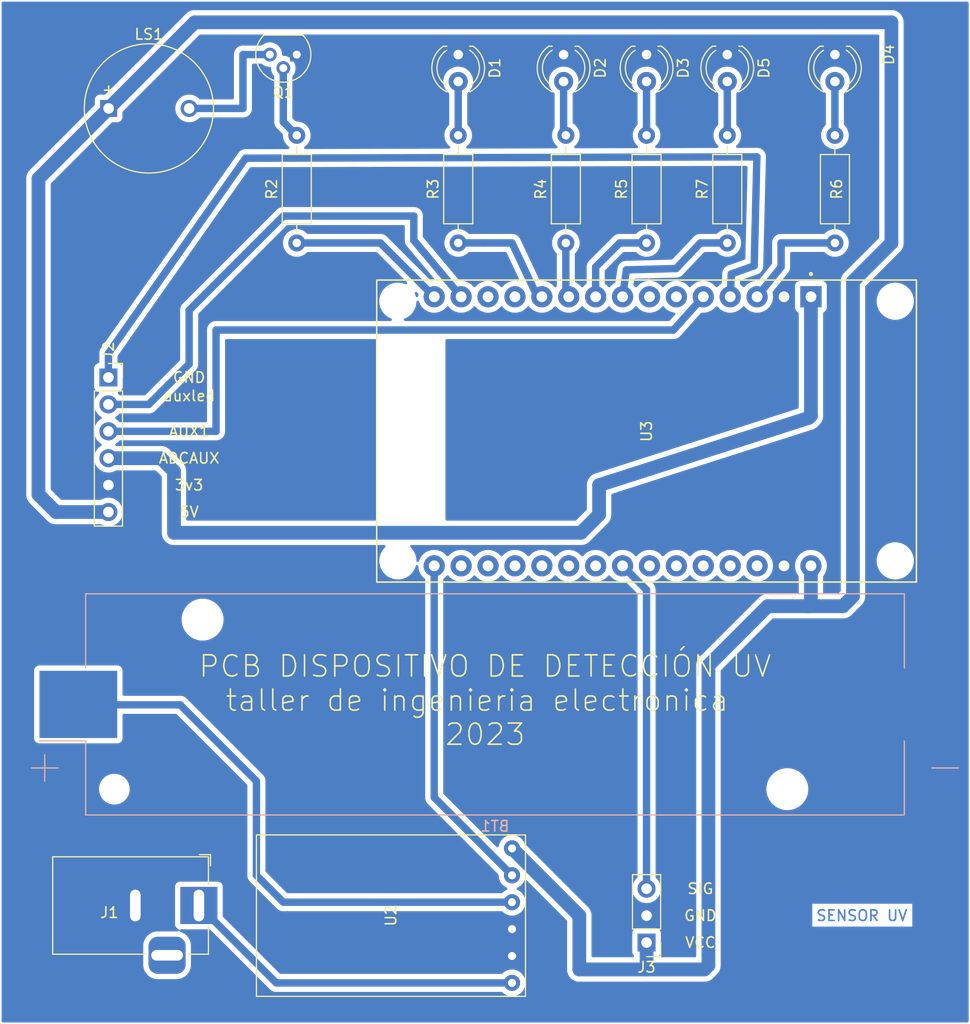
<source format=kicad_pcb>
(kicad_pcb (version 20221018) (generator pcbnew)
  (layers (0 "F.Cu" signal) (31 "B.Cu" signal) (34 "B.Paste" user) (35 "F.Paste" user) (36 "B.SilkS" user "B.Silkscreen") (37 "F.SilkS" user "F.Silkscreen") (38 "B.Mask" user) (39 "F.Mask" user) (44 "Edge.Cuts" user))
  (net 0 "")
  (net 1 "Net-(BT1-+)")
  (net 2 "GND")
  (net 3 "Net-(D1-A)")
  (net 4 "Net-(D2-A)")
  (net 5 "Net-(D3-A)")
  (net 6 "Net-(D4-A)")
  (net 7 "Net-(D5-A)")
  (net 8 "Net-(U2-VIN)")
  (net 9 "/aux1")
  (net 10 "+3V3")
  (net 11 "+5V")
  (net 12 "Net-(Q1-C)")
  (net 13 "Net-(Q1-B)")
  (net 14 "Net-(U3-D23)")
  (net 15 "Net-(U3-D21)")
  (net 16 "Net-(U3-D19)")
  (net 17 "Net-(U3-D18)")
  (net 18 "Net-(U3-D15)")
  (net 19 "Net-(U3-EN)")
  (net 33 "/ADCaux")
  (net 34 "/auxled")
  (net 35 "Net-(U3-D5)")
  (net 37 "/señalsensor")
  (footprint "LED_THT:LED_D4.0mm" (layer "F.Cu") (at 81.07 66.04 -90)
    (fp_text reference "D2" (at 1.27 -3.46 90) (layer "F.SilkS"))
    (fp_text value "LED")
    (fp_line (start -0.79 -1.399) (end -0.79 -1.08) (stroke (width 0.12)) (layer "F.SilkS"))
    (fp_line (start -0.79 1.08) (end -0.79 1.399) (stroke (width 0.12)) (layer "F.SilkS"))
    (fp_arc (start -0.79 -1.398749) (mid 1.453519 -2.483228) (end 3.513242 -1.080724) (stroke (width 0.12)) (layer "F.SilkS"))
    (fp_arc (start -0.41333 -1.08) (mid 1.269429 -2) (end 2.952713 -1.080961) (stroke (width 0.12)) (layer "F.SilkS"))
    (fp_arc (start 2.952713 1.080961) (mid 1.269429 2) (end -0.41333 1.08) (stroke (width 0.12)) (layer "F.SilkS"))
    (fp_arc (start 3.513242 1.080724) (mid 1.453519 2.483228) (end -0.79 1.398749) (stroke (width 0.12)) (layer "F.SilkS"))
    (pad "1" thru_hole rect (at 0 0 270) (size 1.8 1.8) (drill 0.9) (layers "*.Cu" "*.Mask") (net 2 "GND"))
    (pad "2" thru_hole circle (at 2.54 0 270) (size 1.8 1.8) (drill 0.9) (layers "*.Cu" "*.Mask") (net 4 "Net-(D2-A)"))
  )
  (footprint "LED_THT:LED_D4.0mm" (layer "F.Cu") (at 106.68 66.04 -90)
    (fp_text reference "D4" (at 0 -5.08 90) (layer "F.SilkS"))
    (fp_text value "LED")
    (fp_line (start -0.79 -1.399) (end -0.79 -1.08) (stroke (width 0.12)) (layer "F.SilkS"))
    (fp_line (start -0.79 1.08) (end -0.79 1.399) (stroke (width 0.12)) (layer "F.SilkS"))
    (fp_arc (start -0.79 -1.398749) (mid 1.453519 -2.483228) (end 3.513242 -1.080724) (stroke (width 0.12)) (layer "F.SilkS"))
    (fp_arc (start -0.41333 -1.08) (mid 1.269429 -2) (end 2.952713 -1.080961) (stroke (width 0.12)) (layer "F.SilkS"))
    (fp_arc (start 2.952713 1.080961) (mid 1.269429 2) (end -0.41333 1.08) (stroke (width 0.12)) (layer "F.SilkS"))
    (fp_arc (start 3.513242 1.080724) (mid 1.453519 2.483228) (end -0.79 1.398749) (stroke (width 0.12)) (layer "F.SilkS"))
    (pad "1" thru_hole rect (at 0 0 270) (size 1.8 1.8) (drill 0.9) (layers "*.Cu" "*.Mask") (net 2 "GND"))
    (pad "2" thru_hole circle (at 2.54 0 270) (size 1.8 1.8) (drill 0.9) (layers "*.Cu" "*.Mask") (net 6 "Net-(D4-A)"))
  )
  (footprint "Buzzer_Beeper:MagneticBuzzer_ProSignal_ABI-009-RC" (layer "F.Cu") (at 38.12 71.12)
    (fp_text reference "LS1" (at 3.8 -7) (layer "F.SilkS"))
    (fp_text value "Speaker")
    (fp_text user "+" (at 0 -1.8) (layer "F.SilkS"))
    (fp_circle (center 3.8 0) (end 9.9 0) (stroke (width 0.12)) (fill none) (layer "F.SilkS"))
    (pad "1" thru_hole rect (at 0 0) (size 1.6 1.6) (drill 1) (layers "*.Cu" "*.Mask") (net 11 "+5V"))
    (pad "2" thru_hole circle (at 7.6 0) (size 1.6 1.6) (drill 1) (layers "*.Cu" "*.Mask") (net 12 "Net-(Q1-C)"))
  )
  (footprint "Resistor_THT:R_Axial_DIN0207_L6.3mm_D2.5mm_P10.16mm_Horizontal" (layer "F.Cu") (at 55.88 83.82 90)
    (fp_text reference "R2" (at 5.08 -2.37 90) (layer "F.SilkS"))
    (fp_text value "1k")
    (fp_line (start 1.04 0) (end 1.81 0) (stroke (width 0.12)) (layer "F.SilkS"))
    (fp_line (start 1.81 -1.37) (end 1.81 1.37) (stroke (width 0.12)) (layer "F.SilkS"))
    (fp_line (start 1.81 1.37) (end 8.35 1.37) (stroke (width 0.12)) (layer "F.SilkS"))
    (fp_line (start 8.35 -1.37) (end 1.81 -1.37) (stroke (width 0.12)) (layer "F.SilkS"))
    (fp_line (start 8.35 1.37) (end 8.35 -1.37) (stroke (width 0.12)) (layer "F.SilkS"))
    (fp_line (start 9.12 0) (end 8.35 0) (stroke (width 0.12)) (layer "F.SilkS"))
    (pad "1" thru_hole circle (at 0 0 90) (size 1.6 1.6) (drill 0.8) (layers "*.Cu" "*.Mask") (net 14 "Net-(U3-D23)"))
    (pad "2" thru_hole oval (at 10.16 0 90) (size 1.6 1.6) (drill 0.8) (layers "*.Cu" "*.Mask") (net 13 "Net-(Q1-B)"))
  )
  (footprint "Resistor_THT:R_Axial_DIN0207_L6.3mm_D2.5mm_P10.16mm_Horizontal" (layer "F.Cu") (at 88.9 83.82 90)
    (fp_text reference "R5" (at 5.08 -2.37 90) (layer "F.SilkS"))
    (fp_text value "220")
    (fp_line (start 1.04 0) (end 1.81 0) (stroke (width 0.12)) (layer "F.SilkS"))
    (fp_line (start 1.81 -1.37) (end 1.81 1.37) (stroke (width 0.12)) (layer "F.SilkS"))
    (fp_line (start 1.81 1.37) (end 8.35 1.37) (stroke (width 0.12)) (layer "F.SilkS"))
    (fp_line (start 8.35 -1.37) (end 1.81 -1.37) (stroke (width 0.12)) (layer "F.SilkS"))
    (fp_line (start 8.35 1.37) (end 8.35 -1.37) (stroke (width 0.12)) (layer "F.SilkS"))
    (fp_line (start 9.12 0) (end 8.35 0) (stroke (width 0.12)) (layer "F.SilkS"))
    (pad "1" thru_hole circle (at 0 0 90) (size 1.6 1.6) (drill 0.8) (layers "*.Cu" "*.Mask") (net 17 "Net-(U3-D18)"))
    (pad "2" thru_hole oval (at 10.16 0 90) (size 1.6 1.6) (drill 0.8) (layers "*.Cu" "*.Mask") (net 5 "Net-(D3-A)"))
  )
  (footprint "LED_THT:LED_D4.0mm" (layer "F.Cu") (at 71.12 66.04 -90)
    (fp_text reference "D1" (at 1.27 -3.46 90) (layer "F.SilkS"))
    (fp_text value "LED")
    (fp_line (start -0.79 -1.399) (end -0.79 -1.08) (stroke (width 0.12)) (layer "F.SilkS"))
    (fp_line (start -0.79 1.08) (end -0.79 1.399) (stroke (width 0.12)) (layer "F.SilkS"))
    (fp_arc (start -0.79 -1.398749) (mid 1.453519 -2.483228) (end 3.513242 -1.080724) (stroke (width 0.12)) (layer "F.SilkS"))
    (fp_arc (start -0.41333 -1.08) (mid 1.269429 -2) (end 2.952713 -1.080961) (stroke (width 0.12)) (layer "F.SilkS"))
    (fp_arc (start 2.952713 1.080961) (mid 1.269429 2) (end -0.41333 1.08) (stroke (width 0.12)) (layer "F.SilkS"))
    (fp_arc (start 3.513242 1.080724) (mid 1.453519 2.483228) (end -0.79 1.398749) (stroke (width 0.12)) (layer "F.SilkS"))
    (pad "1" thru_hole rect (at 0 0 270) (size 1.8 1.8) (drill 0.9) (layers "*.Cu" "*.Mask") (net 2 "GND"))
    (pad "2" thru_hole circle (at 2.54 0 270) (size 1.8 1.8) (drill 0.9) (layers "*.Cu" "*.Mask") (net 3 "Net-(D1-A)"))
  )
  (footprint "Resistor_THT:R_Axial_DIN0207_L6.3mm_D2.5mm_P10.16mm_Horizontal" (layer "F.Cu") (at 96.52 83.82 90)
    (fp_text reference "R7" (at 5.08 -2.37 90) (layer "F.SilkS"))
    (fp_text value "220")
    (fp_line (start 1.04 0) (end 1.81 0) (stroke (width 0.12)) (layer "F.SilkS"))
    (fp_line (start 1.81 -1.37) (end 1.81 1.37) (stroke (width 0.12)) (layer "F.SilkS"))
    (fp_line (start 1.81 1.37) (end 8.35 1.37) (stroke (width 0.12)) (layer "F.SilkS"))
    (fp_line (start 8.35 -1.37) (end 1.81 -1.37) (stroke (width 0.12)) (layer "F.SilkS"))
    (fp_line (start 8.35 1.37) (end 8.35 -1.37) (stroke (width 0.12)) (layer "F.SilkS"))
    (fp_line (start 9.12 0) (end 8.35 0) (stroke (width 0.12)) (layer "F.SilkS"))
    (pad "1" thru_hole circle (at 0 0 90) (size 1.6 1.6) (drill 0.8) (layers "*.Cu" "*.Mask") (net 35 "Net-(U3-D5)"))
    (pad "2" thru_hole oval (at 10.16 0 90) (size 1.6 1.6) (drill 0.8) (layers "*.Cu" "*.Mask") (net 7 "Net-(D5-A)"))
  )
  (footprint "LED_THT:LED_D4.0mm" (layer "F.Cu") (at 88.9 66.04 -90)
    (fp_text reference "D3" (at 1.27 -3.46 90) (layer "F.SilkS"))
    (fp_text value "LED")
    (fp_line (start -0.79 -1.399) (end -0.79 -1.08) (stroke (width 0.12)) (layer "F.SilkS"))
    (fp_line (start -0.79 1.08) (end -0.79 1.399) (stroke (width 0.12)) (layer "F.SilkS"))
    (fp_arc (start -0.79 -1.398749) (mid 1.453519 -2.483228) (end 3.513242 -1.080724) (stroke (width 0.12)) (layer "F.SilkS"))
    (fp_arc (start -0.41333 -1.08) (mid 1.269429 -2) (end 2.952713 -1.080961) (stroke (width 0.12)) (layer "F.SilkS"))
    (fp_arc (start 2.952713 1.080961) (mid 1.269429 2) (end -0.41333 1.08) (stroke (width 0.12)) (layer "F.SilkS"))
    (fp_arc (start 3.513242 1.080724) (mid 1.453519 2.483228) (end -0.79 1.398749) (stroke (width 0.12)) (layer "F.SilkS"))
    (pad "1" thru_hole rect (at 0 0 270) (size 1.8 1.8) (drill 0.9) (layers "*.Cu" "*.Mask") (net 2 "GND"))
    (pad "2" thru_hole circle (at 2.54 0 270) (size 1.8 1.8) (drill 0.9) (layers "*.Cu" "*.Mask") (net 5 "Net-(D3-A)"))
  )
  (footprint "Resistor_THT:R_Axial_DIN0207_L6.3mm_D2.5mm_P10.16mm_Horizontal" (layer "F.Cu") (at 71.12 83.82 90)
    (fp_text reference "R3" (at 5.08 -2.37 90) (layer "F.SilkS"))
    (fp_text value "220")
    (fp_line (start 1.04 0) (end 1.81 0) (stroke (width 0.12)) (layer "F.SilkS"))
    (fp_line (start 1.81 -1.37) (end 1.81 1.37) (stroke (width 0.12)) (layer "F.SilkS"))
    (fp_line (start 1.81 1.37) (end 8.35 1.37) (stroke (width 0.12)) (layer "F.SilkS"))
    (fp_line (start 8.35 -1.37) (end 1.81 -1.37) (stroke (width 0.12)) (layer "F.SilkS"))
    (fp_line (start 8.35 1.37) (end 8.35 -1.37) (stroke (width 0.12)) (layer "F.SilkS"))
    (fp_line (start 9.12 0) (end 8.35 0) (stroke (width 0.12)) (layer "F.SilkS"))
    (pad "1" thru_hole circle (at 0 0 90) (size 1.6 1.6) (drill 0.8) (layers "*.Cu" "*.Mask") (net 15 "Net-(U3-D21)"))
    (pad "2" thru_hole oval (at 10.16 0 90) (size 1.6 1.6) (drill 0.8) (layers "*.Cu" "*.Mask") (net 3 "Net-(D1-A)"))
  )
  (footprint "Resistor_THT:R_Axial_DIN0207_L6.3mm_D2.5mm_P10.16mm_Horizontal" (layer "F.Cu") (at 81.28 83.82 90)
    (fp_text reference "R4" (at 5.08 -2.37 90) (layer "F.SilkS"))
    (fp_text value "220")
    (fp_line (start 1.04 0) (end 1.81 0) (stroke (width 0.12)) (layer "F.SilkS"))
    (fp_line (start 1.81 -1.37) (end 1.81 1.37) (stroke (width 0.12)) (layer "F.SilkS"))
    (fp_line (start 1.81 1.37) (end 8.35 1.37) (stroke (width 0.12)) (layer "F.SilkS"))
    (fp_line (start 8.35 -1.37) (end 1.81 -1.37) (stroke (width 0.12)) (layer "F.SilkS"))
    (fp_line (start 8.35 1.37) (end 8.35 -1.37) (stroke (width 0.12)) (layer "F.SilkS"))
    (fp_line (start 9.12 0) (end 8.35 0) (stroke (width 0.12)) (layer "F.SilkS"))
    (pad "1" thru_hole circle (at 0 0 90) (size 1.6 1.6) (drill 0.8) (layers "*.Cu" "*.Mask") (net 16 "Net-(U3-D19)"))
    (pad "2" thru_hole oval (at 10.16 0 90) (size 1.6 1.6) (drill 0.8) (layers "*.Cu" "*.Mask") (net 4 "Net-(D2-A)"))
  )
  (footprint "LED_THT:LED_D4.0mm" (layer "F.Cu") (at 96.52 66.04 -90)
    (fp_text reference "D5" (at 1.27 -3.46 90) (layer "F.SilkS"))
    (fp_text value "LED")
    (fp_line (start -0.79 -1.399) (end -0.79 -1.08) (stroke (width 0.12)) (layer "F.SilkS"))
    (fp_line (start -0.79 1.08) (end -0.79 1.399) (stroke (width 0.12)) (layer "F.SilkS"))
    (fp_arc (start -0.79 -1.398749) (mid 1.453519 -2.483228) (end 3.513242 -1.080724) (stroke (width 0.12)) (layer "F.SilkS"))
    (fp_arc (start -0.41333 -1.08) (mid 1.269429 -2) (end 2.952713 -1.080961) (stroke (width 0.12)) (layer "F.SilkS"))
    (fp_arc (start 2.952713 1.080961) (mid 1.269429 2) (end -0.41333 1.08) (stroke (width 0.12)) (layer "F.SilkS"))
    (fp_arc (start 3.513242 1.080724) (mid 1.453519 2.483228) (end -0.79 1.398749) (stroke (width 0.12)) (layer "F.SilkS"))
    (pad "1" thru_hole rect (at 0 0 270) (size 1.8 1.8) (drill 0.9) (layers "*.Cu" "*.Mask") (net 2 "GND"))
    (pad "2" thru_hole circle (at 2.54 0 270) (size 1.8 1.8) (drill 0.9) (layers "*.Cu" "*.Mask") (net 7 "Net-(D5-A)"))
  )
  (footprint "Package_TO_SOT_THT:TO-92" (layer "F.Cu") (at 55.88 66.04 180)
    (fp_text reference "Q1" (at 1.27 -3.56) (layer "F.SilkS"))
    (fp_text value "2N2222A")
    (fp_line (start -0.53 1.85) (end 3.07 1.85) (stroke (width 0.12)) (layer "F.SilkS"))
    (fp_arc (start -0.568478 1.838478) (mid -1.132087 -0.994977) (end 1.27 -2.6) (stroke (width 0.12)) (layer "F.SilkS"))
    (fp_arc (start 1.27 -2.6) (mid 3.672087 -0.994977) (end 3.108478 1.838478) (stroke (width 0.12)) (layer "F.SilkS"))
    (pad "1" thru_hole rect (at 0 0 180) (size 1.3 1.3) (drill 0.75) (layers "*.Cu" "*.Mask") (net 2 "GND"))
    (pad "2" thru_hole circle (at 1.27 -1.27 180) (size 1.3 1.3) (drill 0.75) (layers "*.Cu" "*.Mask") (net 13 "Net-(Q1-B)"))
    (pad "3" thru_hole circle (at 2.54 0 180) (size 1.3 1.3) (drill 0.75) (layers "*.Cu" "*.Mask") (net 12 "Net-(Q1-C)"))
  )
  (footprint "Connector_BarrelJack:BarrelJack_Horizontal" (layer "F.Cu") (at 46.64 146.3625)
    (fp_text reference "J1" (at -8.45 0.67) (layer "F.SilkS"))
    (fp_text value "Jack-DC")
    (fp_line (start -13.8 -4.6) (end 0.9 -4.6) (stroke (width 0.12)) (layer "F.SilkS"))
    (fp_line (start -13.8 4.6) (end -13.8 -4.6) (stroke (width 0.12)) (layer "F.SilkS"))
    (fp_line (start -5 4.6) (end -13.8 4.6) (stroke (width 0.12)) (layer "F.SilkS"))
    (fp_line (start 0.05 -4.8) (end 1.1 -4.8) (stroke (width 0.12)) (layer "F.SilkS"))
    (fp_line (start 0.9 -4.6) (end 0.9 -2) (stroke (width 0.12)) (layer "F.SilkS"))
    (fp_line (start 0.9 1.9) (end 0.9 4.6) (stroke (width 0.12)) (layer "F.SilkS"))
    (fp_line (start 0.9 4.6) (end -1 4.6) (stroke (width 0.12)) (layer "F.SilkS"))
    (fp_line (start 1.1 -3.75) (end 1.1 -4.8) (stroke (width 0.12)) (layer "F.SilkS"))
    (pad "1" thru_hole rect (at 0 0) (size 3.5 3.5) (drill oval 1 3) (layers "*.Cu" "*.Mask") (net 8 "Net-(U2-VIN)"))
    (pad "2" thru_hole roundrect (at -6 0) (size 3 3.5) (drill oval 1 3) (layers "*.Cu" "*.Mask") (net 2 "GND"))
    (pad "3" thru_hole roundrect (at -3 4.7) (size 3.5 3.5) (drill oval 3 1) (layers "*.Cu" "*.Mask"))
  )
  (footprint "ESP32-DEVKIT-V1:MODULE_ESP32_DEVKIT_V1" (layer "F.Cu") (at 88.9 101.6 -90)
    (fp_text reference "U3" (at 0 0 90) (layer "F.SilkS"))
    (fp_text value "ESP32-DEVKIT-V1")
    (fp_line (start -14.28 -25.475) (end -3.211 -25.475) (stroke (width 0.127)) (layer "F.SilkS"))
    (fp_line (start -14.28 -25.475) (end 14.23 -25.475) (stroke (width 0.127)) (layer "F.SilkS"))
    (fp_line (start -14.28 25.475) (end -14.28 -25.475) (stroke (width 0.127)) (layer "F.SilkS"))
    (fp_line (start -14.28 25.475) (end -14.28 -25.475) (stroke (width 0.127)) (layer "F.SilkS"))
    (fp_line (start -14.28 25.475) (end -8.91 25.475) (stroke (width 0.127)) (layer "F.SilkS"))
    (fp_line (start -8.91 25.475) (end 8.78 25.475) (stroke (width 0.127)) (layer "F.SilkS"))
    (fp_line (start -3.211 -25.475) (end 3.5 -25.475) (stroke (width 0.127)) (layer "F.SilkS"))
    (fp_line (start 3.5 -25.475) (end 14.23 -25.475) (stroke (width 0.127)) (layer "F.SilkS"))
    (fp_line (start 8.78 25.475) (end 14.23 25.475) (stroke (width 0.127)) (layer "F.SilkS"))
    (fp_line (start 14.23 -25.475) (end 14.23 25.475) (stroke (width 0.127)) (layer "F.SilkS"))
    (fp_line (start 14.23 -25.475) (end 14.23 25.475) (stroke (width 0.127)) (layer "F.SilkS"))
    (fp_line (start 14.23 25.475) (end -14.28 25.475) (stroke (width 0.127)) (layer "F.SilkS"))
    (fp_circle (center -14.85 -15.515) (end -14.75 -15.515) (stroke (width 0.2)) (fill none) (layer "F.SilkS"))
    (pad "" np_thru_hole circle (at -12.28 -23.475 270) (size 3 3) (drill 3) (layers "*.Cu" "*.Mask"))
    (pad "" np_thru_hole circle (at -12.28 23.475 270) (size 3 3) (drill 3) (layers "*.Cu" "*.Mask"))
    (pad "" np_thru_hole circle (at 12.23 -23.475 270) (size 3 3) (drill 3) (layers "*.Cu" "*.Mask"))
    (pad "" np_thru_hole circle (at 12.23 23.475 270) (size 3 3) (drill 3) (layers "*.Cu" "*.Mask"))
    (pad "1" thru_hole rect (at -12.7 -15.515 270) (size 2 2) (drill 1.02) (layers "*.Cu" "*.Mask") (net 10 "+3V3"))
    (pad "2" thru_hole circle (at -12.7 -12.975 270) (size 2 2) (drill 1.02) (layers "*.Cu" "*.Mask") (net 2 "GND"))
    (pad "3" thru_hole circle (at -12.7 -10.435 270) (size 2 2) (drill 1.02) (layers "*.Cu" "*.Mask") (net 18 "Net-(U3-D15)"))
    (pad "4" thru_hole circle (at -12.7 -7.895 270) (size 2 2) (drill 1.02) (layers "*.Cu" "*.Mask") (net 9 "/aux1"))
    (pad "5" thru_hole circle (at -12.7 -5.355 270) (size 2 2) (drill 1.02) (layers "*.Cu" "*.Mask") (net 33 "/ADCaux"))
    (pad "6" thru_hole circle (at -12.7 -2.815 270) (size 2 2) (drill 1.02) (layers "*.Cu" "*.Mask"))
    (pad "7" thru_hole circle (at -12.7 -0.275 270) (size 2 2) (drill 1.02) (layers "*.Cu" "*.Mask"))
    (pad "8" thru_hole circle (at -12.7 2.265 270) (size 2 2) (drill 1.02) (layers "*.Cu" "*.Mask") (net 35 "Net-(U3-D5)"))
    (pad "9" thru_hole circle (at -12.7 4.805 270) (size 2 2) (drill 1.02) (layers "*.Cu" "*.Mask") (net 17 "Net-(U3-D18)"))
    (pad "10" thru_hole circle (at -12.7 7.345 270) (size 2 2) (drill 1.02) (layers "*.Cu" "*.Mask") (net 16 "Net-(U3-D19)"))
    (pad "11" thru_hole circle (at -12.7 9.885 270) (size 2 2) (drill 1.02) (layers "*.Cu" "*.Mask") (net 15 "Net-(U3-D21)"))
    (pad "12" thru_hole circle (at -12.7 12.425 270) (size 2 2) (drill 1.02) (layers "*.Cu" "*.Mask"))
    (pad "13" thru_hole circle (at -12.7 14.965 270) (size 2 2) (drill 1.02) (layers "*.Cu" "*.Mask"))
    (pad "14" thru_hole circle (at -12.7 17.505 270) (size 2 2) (drill 1.02) (layers "*.Cu" "*.Mask") (net 34 "/auxled"))
    (pad "15" thru_hole circle (at -12.7 20.045 270) (size 2 2) (drill 1.02) (layers "*.Cu" "*.Mask") (net 14 "Net-(U3-D23)"))
    (pad "16" thru_hole circle (at 12.7 20.045 270) (size 2 2) (drill 1.02) (layers "*.Cu" "*.Mask") (net 19 "Net-(U3-EN)"))
    (pad "17" thru_hole circle (at 12.7 17.505 270) (size 2 2) (drill 1.02) (layers "*.Cu" "*.Mask"))
    (pad "18" thru_hole circle (at 12.7 14.965 270) (size 2 2) (drill 1.02) (layers "*.Cu" "*.Mask"))
    (pad "19" thru_hole circle (at 12.7 12.425 270) (size 2 2) (drill 1.02) (layers "*.Cu" "*.Mask"))
    (pad "20" thru_hole circle (at 12.7 9.885 270) (size 2 2) (drill 1.02) (layers "*.Cu" "*.Mask"))
    (pad "21" thru_hole circle (at 12.7 7.345 270) (size 2 2) (drill 1.02) (layers "*.Cu" "*.Mask"))
    (pad "22" thru_hole circle (at 12.7 4.805 270) (size 2 2) (drill 1.02) (layers "*.Cu" "*.Mask"))
    (pad "23" thru_hole circle (at 12.7 2.265 270) (size 2 2) (drill 1.02) (layers "*.Cu" "*.Mask") (net 37 "/señalsensor"))
    (pad "24" thru_hole circle (at 12.7 -0.275 270) (size 2 2) (drill 1.02) (layers "*.Cu" "*.Mask"))
    (pad "25" thru_hole circle (at 12.7 -2.815 270) (size 2 2) (drill 1.02) (layers "*.Cu" "*.Mask"))
    (pad "26" thru_hole circle (at 12.7 -5.355 270) (size 2 2) (drill 1.02) (layers "*.Cu" "*.Mask"))
    (pad "27" thru_hole circle (at 12.7 -7.895 270) (size 2 2) (drill 1.02) (layers "*.Cu" "*.Mask"))
    (pad "28" thru_hole circle (at 12.7 -10.435 270) (size 2 2) (drill 1.02) (layers "*.Cu" "*.Mask"))
    (pad "29" thru_hole circle (at 12.7 -12.975 270) (size 2 2) (drill 1.02) (layers "*.Cu" "*.Mask") (net 2 "GND"))
    (pad "30" thru_hole circle (at 12.7 -15.515 270) (size 2 2) (drill 1.02) (layers "*.Cu" "*.Mask") (net 11 "+5V"))
    (zone (net 0) (net_name "") (layer "B.Cu") (connect_pads (clearance 0)) (min_thickness 0.01)
      (keepout (tracks not_allowed) (vias not_allowed) (pads not_allowed) (copperpour not_allowed) (footprints allowed))
      (fill (thermal_gap 0.508) (thermal_bridge_width 0.508))
      (polygon (pts (xy 69.915 92.69) (xy 69.915 110.38) (xy 63.425 110.38) (xy 63.425 92.69)))
    )
  )
  (footprint "Connector_PinSocket_2.54mm:PinSocket_1x06_P2.54mm_Vertical" (layer "F.Cu") (at 38.1 96.52)
    (fp_text reference "J2" (at 0 -2.54 90) (layer "F.SilkS"))
    (fp_text value "Conn_01x06_Pin")
    (fp_line (start -1.33 1.27) (end -1.33 14.03) (stroke (width 0.12)) (layer "F.SilkS"))
    (fp_line (start -1.33 1.27) (end 1.33 1.27) (stroke (width 0.12)) (layer "F.SilkS"))
    (fp_line (start -1.33 14.03) (end 1.33 14.03) (stroke (width 0.12)) (layer "F.SilkS"))
    (fp_line (start 0 -1.33) (end 1.33 -1.33) (stroke (width 0.12)) (layer "F.SilkS"))
    (fp_line (start 1.33 -1.33) (end 1.33 0) (stroke (width 0.12)) (layer "F.SilkS"))
    (fp_line (start 1.33 1.27) (end 1.33 14.03) (stroke (width 0.12)) (layer "F.SilkS"))
    (pad "1" thru_hole rect (at 0 0) (size 1.7 1.7) (drill 1) (layers "*.Cu" "*.Mask") (net 9 "/aux1"))
    (pad "2" thru_hole oval (at 0 2.54) (size 1.7 1.7) (drill 1) (layers "*.Cu" "*.Mask") (net 34 "/auxled"))
    (pad "3" thru_hole oval (at 0 5.08) (size 1.7 1.7) (drill 1) (layers "*.Cu" "*.Mask") (net 33 "/ADCaux"))
    (pad "4" thru_hole oval (at 0 7.62) (size 1.7 1.7) (drill 1) (layers "*.Cu" "*.Mask") (net 10 "+3V3"))
    (pad "5" thru_hole oval (at 0 10.16) (size 1.7 1.7) (drill 1) (layers "*.Cu" "*.Mask") (net 2 "GND"))
    (pad "6" thru_hole oval (at 0 12.7) (size 1.7 1.7) (drill 1) (layers "*.Cu" "*.Mask") (net 11 "+5V"))
  )
  (footprint "cd42:mh-cd42" (layer "F.Cu") (at 64.77 147.32 90)
    (fp_text reference "U2" (at 0 0 90 unlocked) (layer "F.SilkS"))
    (fp_text value "mh-cd42")
    (fp_rect (start -7.62 -12.7) (end 7.62 12.7) (stroke (width 0.12)) (fill none) (layer "F.SilkS"))
    (pad "1" thru_hole circle (at -6.35 11.43 90) (size 1.524 1.524) (drill 0.762) (layers "*.Cu" "*.Mask") (net 8 "Net-(U2-VIN)"))
    (pad "2" thru_hole circle (at -3.81 11.43 90) (size 1.524 1.524) (drill 0.762) (layers "*.Cu" "*.Mask") (net 2 "GND"))
    (pad "3" thru_hole circle (at -1.27 11.43 90) (size 1.524 1.524) (drill 0.762) (layers "*.Cu" "*.Mask") (net 2 "GND"))
    (pad "4" thru_hole circle (at 1.27 11.43 90) (size 1.524 1.524) (drill 0.762) (layers "*.Cu" "*.Mask") (net 1 "Net-(BT1-+)"))
    (pad "5" thru_hole circle (at 3.81 11.43 90) (size 1.524 1.524) (drill 0.762) (layers "*.Cu" "*.Mask") (net 19 "Net-(U3-EN)"))
    (pad "6" thru_hole circle (at 6.35 11.43 90) (size 1.524 1.524) (drill 0.762) (layers "*.Cu" "*.Mask") (net 11 "+5V"))
  )
  (footprint "Resistor_THT:R_Axial_DIN0207_L6.3mm_D2.5mm_P10.16mm_Horizontal" (layer "F.Cu") (at 106.68 83.82 90)
    (fp_text reference "R6" (at 5.08 0.17 90) (layer "F.SilkS"))
    (fp_text value "220")
    (fp_line (start 1.04 0) (end 1.81 0) (stroke (width 0.12)) (layer "F.SilkS"))
    (fp_line (start 1.81 -1.37) (end 1.81 1.37) (stroke (width 0.12)) (layer "F.SilkS"))
    (fp_line (start 1.81 1.37) (end 8.35 1.37) (stroke (width 0.12)) (layer "F.SilkS"))
    (fp_line (start 8.35 -1.37) (end 1.81 -1.37) (stroke (width 0.12)) (layer "F.SilkS"))
    (fp_line (start 8.35 1.37) (end 8.35 -1.37) (stroke (width 0.12)) (layer "F.SilkS"))
    (fp_line (start 9.12 0) (end 8.35 0) (stroke (width 0.12)) (layer "F.SilkS"))
    (pad "1" thru_hole circle (at 0 0 90) (size 1.6 1.6) (drill 0.8) (layers "*.Cu" "*.Mask") (net 18 "Net-(U3-D15)"))
    (pad "2" thru_hole oval (at 10.16 0 90) (size 1.6 1.6) (drill 0.8) (layers "*.Cu" "*.Mask") (net 6 "Net-(D4-A)"))
  )
  (footprint "Connector_PinHeader_2.54mm:PinHeader_1x03_P2.54mm_Vertical" (layer "F.Cu") (at 88.9 149.86 180)
    (fp_text reference "J3" (at 0 -2.33) (layer "F.SilkS"))
    (fp_text value "sensor-UV Guva S12sd")
    (fp_line (start -1.33 -1.33) (end 0 -1.33) (stroke (width 0.12)) (layer "F.SilkS"))
    (fp_line (start -1.33 0) (end -1.33 -1.33) (stroke (width 0.12)) (layer "F.SilkS"))
    (fp_line (start -1.33 1.27) (end -1.33 6.41) (stroke (width 0.12)) (layer "F.SilkS"))
    (fp_line (start -1.33 1.27) (end 1.33 1.27) (stroke (width 0.12)) (layer "F.SilkS"))
    (fp_line (start -1.33 6.41) (end 1.33 6.41) (stroke (width 0.12)) (layer "F.SilkS"))
    (fp_line (start 1.33 1.27) (end 1.33 6.41) (stroke (width 0.12)) (layer "F.SilkS"))
    (pad "1" thru_hole rect (at 0 0 180) (size 1.7 1.7) (drill 1) (layers "*.Cu" "*.Mask") (net 11 "+5V"))
    (pad "2" thru_hole oval (at 0 2.54 180) (size 1.7 1.7) (drill 1) (layers "*.Cu" "*.Mask") (net 2 "GND"))
    (pad "3" thru_hole oval (at 0 5.08 180) (size 1.7 1.7) (drill 1) (layers "*.Cu" "*.Mask") (net 37 "/señalsensor"))
  )
  (footprint "Battery:BatteryHolder_Keystone_1042_1x18650" (layer "B.Cu") (at 74.59 127.38)
    (fp_text reference "BT1" (at 0 11.5) (layer "B.SilkS") (effects (justify mirror)))
    (fp_text value "Battery")
    (fp_line (start -43.75 6) (end -41.25 6) (stroke (width 0.12)) (layer "B.SilkS"))
    (fp_line (start -42.5 4.75) (end -42.5 7.25) (stroke (width 0.12)) (layer "B.SilkS"))
    (fp_line (start -38.64 -10.44) (end -38.64 -3.44) (stroke (width 0.12)) (layer "B.SilkS"))
    (fp_line (start -38.64 3.44) (end -43 3.44) (stroke (width 0.12)) (layer "B.SilkS"))
    (fp_line (start -38.64 10.44) (end -38.64 3.44) (stroke (width 0.12)) (layer "B.SilkS"))
    (fp_line (start 38.64 -10.44) (end -38.64 -10.44) (stroke (width 0.12)) (layer "B.SilkS"))
    (fp_line (start 38.64 -3.44) (end 38.64 -10.44) (stroke (width 0.12)) (layer "B.SilkS"))
    (fp_line (start 38.64 3.44) (end 38.64 10.42) (stroke (width 0.12)) (layer "B.SilkS"))
    (fp_line (start 38.64 10.44) (end -38.64 10.44) (stroke (width 0.12)) (layer "B.SilkS"))
    (fp_line (start 43.75 6) (end 41.25 6) (stroke (width 0.12)) (layer "B.SilkS"))
    (pad "" np_thru_hole circle (at -35.93 8) (size 2.39 2.39) (drill 2.39) (layers "*.Cu" "*.Mask"))
    (pad "" np_thru_hole circle (at -27.6 -8) (size 3.45 3.45) (drill 3.45) (layers "*.Cu" "*.Mask"))
    (pad "" np_thru_hole circle (at 27.6 8) (size 3.45 3.45) (drill 3.45) (layers "*.Cu" "*.Mask"))
    (pad "1" smd rect (at -39.33 0) (size 7.34 6.35) (layers "B.Cu" "B.Paste" "B.Mask") (net 1 "Net-(BT1-+)"))
    (pad "2" smd rect (at 39.33 0) (size 7.34 6.35) (layers "B.Cu" "B.Paste" "B.Mask") (net 2 "GND"))
  )
  (gr_text "SENSOR UV\n" (at 109.22 147.32) (layer "B.Cu") (effects (font (size 1 1))))
  (gr_text "auxled\n\n" (at 45.72 99.06) (layer "F.SilkS") (effects (font (size 1 1))))
  (gr_text "GND\n" (at 45.72 96.52) (layer "F.SilkS") (effects (font (size 1 1))))
  (gr_text "SIG\n" (at 93.98 144.78) (layer "F.SilkS") (effects (font (size 1 1))))
  (gr_text "ADCAUX" (at 45.72 104.14) (layer "F.SilkS") (effects (font (size 1 1))))
  (gr_text "5V" (at 45.72 109.22) (layer "F.SilkS") (effects (font (size 1 1))))
  (gr_text "VCC\n" (at 93.98 149.86) (layer "F.SilkS") (effects (font (size 1 1))))
  (gr_text "GND\n" (at 93.98 147.32) (layer "F.SilkS") (effects (font (size 1 1))))
  (gr_text "AUX1\n" (at 45.72 101.6) (layer "F.SilkS") (effects (font (size 1 1))))
  (gr_text "3v3\n" (at 45.72 106.68) (layer "F.SilkS") (effects (font (size 1 1))))
  (gr_text "PCB DISPOSITIVO DE DETECCIÓN UV\ntaller de ingenieria electronica \n2023" (at 73.66 127) (layer "F.SilkS") (effects (font (size 2 2))))
  (segment (start 54.61 146.05) (end 52.07 143.51) (width 0.7) (layer "B.Cu") (net 1))
  (segment (start 44.87 127.42) (end 35.76 127.42) (width 0.7) (layer "B.Cu") (net 1))
  (segment (start 52.07 134.62) (end 44.87 127.42) (width 0.7) (layer "B.Cu") (net 1))
  (segment (start 52.07 143.51) (end 52.07 134.62) (width 0.7) (layer "B.Cu") (net 1))
  (segment (start 76.2 146.05) (end 54.61 146.05) (width 0.7) (layer "B.Cu") (net 1))
  (segment (start 71.12 68.58) (end 71.12 73.66) (width 0.7) (layer "B.Cu") (net 3))
  (segment (start 81.07 73.45) (end 81.28 73.66) (width 0.7) (layer "B.Cu") (net 4))
  (segment (start 81.07 68.58) (end 81.07 73.45) (width 0.7) (layer "B.Cu") (net 4))
  (segment (start 88.9 68.58) (end 88.9 73.66) (width 0.7) (layer "B.Cu") (net 5))
  (segment (start 106.68 68.58) (end 106.68 73.66) (width 0.7) (layer "B.Cu") (net 6))
  (segment (start 96.52 68.58) (end 96.52 73.66) (width 0.7) (layer "B.Cu") (net 7))
  (segment (start 76.2 153.67) (end 53.9475 153.67) (width 0.7) (layer "B.Cu") (net 8))
  (segment (start 46.64 146.3625) (end 46.6775 146.3625) (width 0.7) (layer "B.Cu") (net 8))
  (segment (start 53.9475 153.67) (end 46.64 146.3625) (width 0.7) (layer "B.Cu") (net 8))
  (segment (start 99.314 75.692) (end 99.06 85.979) (width 0.7) (layer "B.Cu") (net 9))
  (segment (start 51.054 75.819) (end 99.314 75.692) (width 0.7) (layer "B.Cu") (net 9))
  (segment (start 38.1 94.234) (end 51.054 75.819) (width 0.7) (layer "B.Cu") (net 9))
  (segment (start 96.901 86.741) (end 96.795 88.9) (width 0.7) (layer "B.Cu") (net 9))
  (segment (start 99.06 85.979) (end 96.901 86.741) (width 0.7) (layer "B.Cu") (net 9))
  (segment (start 38.1 96.52) (end 38.1 94.234) (width 0.7) (layer "B.Cu") (net 9))
  (segment (start 43.053 104.14) (end 44.291472 105.378472) (width 1.3) (layer "B.Cu") (net 10))
  (segment (start 104.218571 100.33) (end 104.415 100.133571) (width 1.3) (layer "B.Cu") (net 10))
  (segment (start 44.291472 105.378472) (end 44.291472 111.18) (width 1.3) (layer "B.Cu") (net 10))
  (segment (start 84.42 109.468528) (end 84.42 106.68) (width 1.3) (layer "B.Cu") (net 10))
  (segment (start 82.708528 111.18) (end 84.42 109.468528) (width 1.3) (layer "B.Cu") (net 10))
  (segment (start 104.415 100.133571) (end 104.415 88.9) (width 1.3) (layer "B.Cu") (net 10))
  (segment (start 44.291472 111.18) (end 82.708528 111.18) (width 1.3) (layer "B.Cu") (net 10))
  (segment (start 38.1 104.14) (end 43.053 104.14) (width 1.3) (layer "B.Cu") (net 10))
  (segment (start 84.42 106.68) (end 104.218571 100.33) (width 1.3) (layer "B.Cu") (net 10))
  (segment (start 31.496 107.569) (end 31.496 77.744) (width 1.3) (layer "B.Cu") (net 11))
  (segment (start 82.55 152.4) (end 94.361 152.4) (width 1.3) (layer "B.Cu") (net 11))
  (segment (start 82.55 147.32) (end 82.55 152.4) (width 1.3) (layer "B.Cu") (net 11))
  (segment (start 46.248 62.992) (end 38.12 71.12) (width 1.3) (layer "B.Cu") (net 11))
  (segment (start 107.442 118.11) (end 108.384 117.168) (width 1.3) (layer "B.Cu") (net 11))
  (segment (start 94.361 152.4) (end 94.742 152.019) (width 1.3) (layer "B.Cu") (net 11))
  (segment (start 108.384 117.168) (end 108.384 87.45) (width 1.3) (layer "B.Cu") (net 11))
  (segment (start 33.147 109.22) (end 31.496 107.569) (width 1.3) (layer "B.Cu") (net 11))
  (segment (start 108.384 87.45) (end 112.014 83.82) (width 1.3) (layer "B.Cu") (net 11))
  (segment (start 88.9 149.86) (end 88.9 152.4) (width 1.3) (layer "B.Cu") (net 11))
  (segment (start 76.2 140.97) (end 82.55 147.32) (width 1.3) (layer "B.Cu") (net 11))
  (segment (start 112.014 83.82) (end 112.014 62.992) (width 1.3) (layer "B.Cu") (net 11))
  (segment (start 94.742 123.698) (end 100.33 118.11) (width 1.3) (layer "B.Cu") (net 11))
  (segment (start 104.14 118.11) (end 107.442 118.11) (width 1.3) (layer "B.Cu") (net 11))
  (segment (start 104.14 118.11) (end 104.415 117.835) (width 1.3) (layer "B.Cu") (net 11))
  (segment (start 38.1 109.22) (end 33.147 109.22) (width 1.3) (layer "B.Cu") (net 11))
  (segment (start 112.014 62.992) (end 46.248 62.992) (width 1.3) (layer "B.Cu") (net 11))
  (segment (start 31.496 77.744) (end 38.12 71.12) (width 1.3) (layer "B.Cu") (net 11))
  (segment (start 100.33 118.11) (end 104.14 118.11) (width 1.3) (layer "B.Cu") (net 11))
  (segment (start 94.742 152.019) (end 94.742 123.698) (width 1.3) (layer "B.Cu") (net 11))
  (segment (start 104.415 117.835) (end 104.415 114.3) (width 1.3) (layer "B.Cu") (net 11))
  (segment (start 53.34 66.04) (end 50.8 66.04) (width 0.7) (layer "B.Cu") (net 12))
  (segment (start 50.8 66.04) (end 50.8 71.12) (width 0.7) (layer "B.Cu") (net 12))
  (segment (start 50.8 71.12) (end 45.72 71.12) (width 0.7) (layer "B.Cu") (net 12))
  (segment (start 54.61 67.31) (end 54.61 72.39) (width 0.7) (layer "B.Cu") (net 13))
  (segment (start 54.61 72.39) (end 55.88 73.66) (width 0.7) (layer "B.Cu") (net 13))
  (segment (start 63.775 83.82) (end 68.855 88.9) (width 0.7) (layer "B.Cu") (net 14))
  (segment (start 55.88 83.82) (end 63.775 83.82) (width 0.7) (layer "B.Cu") (net 14))
  (segment (start 73.66 83.82) (end 76.2 83.82) (width 0.7) (layer "B.Cu") (net 15))
  (segment (start 71.12 83.82) (end 73.66 83.82) (width 0.7) (layer "B.Cu") (net 15))
  (segment (start 78.596321 88.9) (end 79.015 88.9) (width 0.7) (layer "B.Cu") (net 15))
  (segment (start 76.2 83.82) (end 78.596321 88.9) (width 0.7) (layer "B.Cu") (net 15))
  (segment (start 81.28 83.82) (end 81.28 88.625) (width 0.7) (layer "B.Cu") (net 16))
  (segment (start 81.28 88.625) (end 81.555 88.9) (width 0.7) (layer "B.Cu") (net 16))
  (segment (start 86.36 83.82) (end 84.095 86.085) (width 0.7) (layer "B.Cu") (net 17))
  (segment (start 84.095 86.085) (end 84.095 88.9) (width 0.7) (layer "B.Cu") (net 17))
  (segment (start 88.9 83.82) (end 86.36 83.82) (width 0.7) (layer "B.Cu") (net 17))
  (segment (start 101.6 86.085) (end 99.335 88.9) (width 0.7) (layer "B.Cu") (net 18))
  (segment (start 106.68 83.82) (end 101.6 83.82) (width 0.7) (layer "B.Cu") (net 18))
  (segment (start 101.6 83.82) (end 101.6 86.085) (width 0.7) (layer "B.Cu") (net 18))
  (segment (start 68.855 136.165) (end 68.855 114.3) (width 0.7) (layer "B.Cu") (net 19))
  (segment (start 76.2 143.51) (end 68.855 136.165) (width 0.7) (layer "B.Cu") (net 19))
  (segment (start 48.26 92.04) (end 91.44 92.04) (width 0.7) (layer "B.Cu") (net 33))
  (segment (start 48.26 92.04) (end 48.26 101.6) (width 0.7) (layer "B.Cu") (net 33))
  (segment (start 48.26 101.6) (end 38.1 101.6) (width 0.7) (layer "B.Cu") (net 33))
  (segment (start 91.44 92.04) (end 94.255 88.9) (width 0.7) (layer "B.Cu") (net 33))
  (segment (start 66.929 81.28) (end 66.929 83.566) (width 0.7) (layer "B.Cu") (net 34))
  (segment (start 38.1 99.06) (end 41.91 99.06) (width 0.7) (layer "B.Cu") (net 34))
  (segment (start 41.91 99.06) (end 45.72 95.25) (width 0.7) (layer "B.Cu") (net 34))
  (segment (start 45.72 95.25) (end 45.72 90.17) (width 0.7) (layer "B.Cu") (net 34))
  (segment (start 54.61 81.28) (end 66.929 81.28) (width 0.7) (layer "B.Cu") (net 34))
  (segment (start 66.929 83.566) (end 71.395 88.9) (width 0.7) (layer "B.Cu") (net 34))
  (segment (start 45.72 90.17) (end 54.61 81.28) (width 0.7) (layer "B.Cu") (net 34))
  (segment (start 86.995 86.36) (end 86.635 88.9) (width 0.7) (layer "B.Cu") (net 35))
  (segment (start 91.694 86.233) (end 86.995 86.36) (width 0.7) (layer "B.Cu") (net 35))
  (segment (start 96.52 83.82) (end 93.98 83.82) (width 0.7) (layer "B.Cu") (net 35))
  (segment (start 93.98 83.82) (end 91.694 86.233) (width 0.7) (layer "B.Cu") (net 35))
  (segment (start 88.9 144.78) (end 88.9 116.565) (width 0.7) (layer "B.Cu") (net 37))
  (segment (start 88.9 116.565) (end 86.635 114.3) (width 0.7) (layer "B.Cu") (net 37))
  (zone (net 2) (net_name "GND") (layer "B.Cu") (connect_pads yes (clearance 0.5)) (min_thickness 0.25) (fill yes (thermal_gap 0.5) (thermal_bridge_width 0.5) (island_removal_mode 1) (island_area_min 10))
    (polygon (pts (xy 27.94 60.96) (xy 119.38 60.96) (xy 119.38 157.48) (xy 27.94 157.48)))
  )
)
</source>
